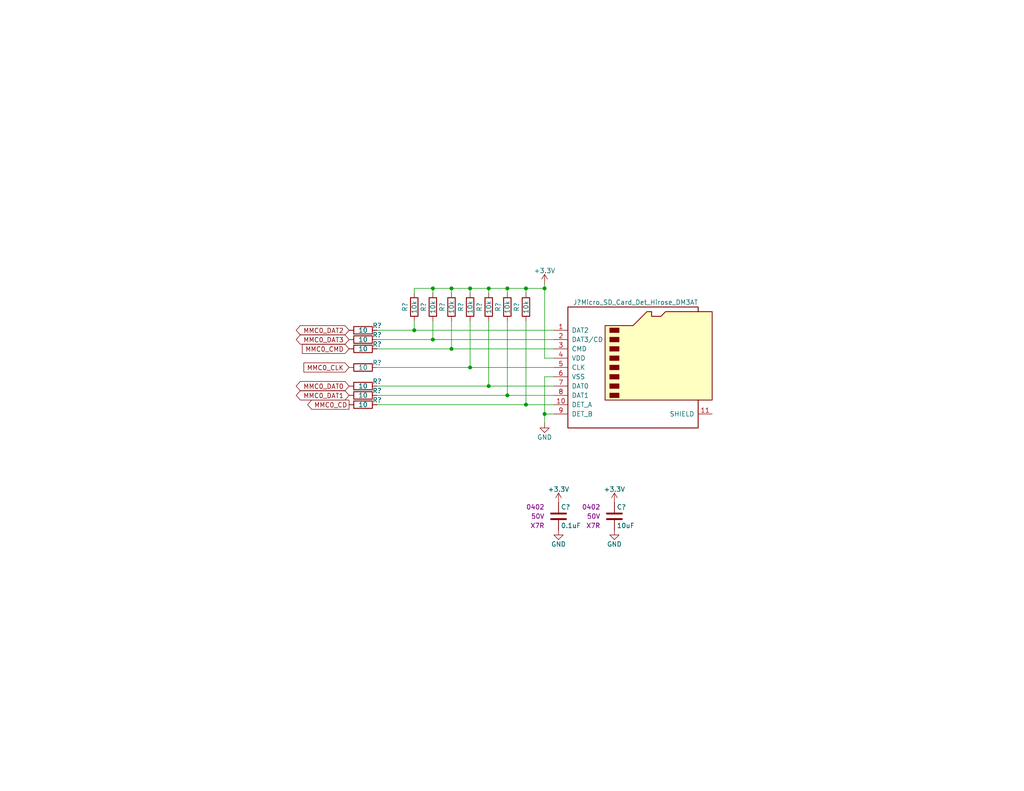
<source format=kicad_sch>
(kicad_sch (version 20211123) (generator eeschema)
  (paper "A")
  (lib_symbols
    (symbol "Connector:Micro_SD_Card_Det_Hirose_DM3AT" (pin_names (offset 1.016))
      (property "Reference" "J" (at -16.51 17.78 0))
      (property "Value" "Micro_SD_Card_Det_Hirose_DM3AT" (at 16.51 17.78 0))
      (symbol "Micro_SD_Card_Det_Hirose_DM3AT_0_1"
        (rectangle (start -7.62 -6.985) (end -5.08 -8.255) (fill (type outline)))
        (rectangle (start -7.62 -4.445) (end -5.08 -5.715) (fill (type outline)))
        (rectangle (start -7.62 -1.905) (end -5.08 -3.175) (fill (type outline)))
        (rectangle (start -7.62 0.635) (end -5.08 -0.635) (fill (type outline)))
        (rectangle (start -7.62 3.175) (end -5.08 1.905) (fill (type outline)))
        (rectangle (start -7.62 5.715) (end -5.08 4.445) (fill (type outline)))
        (rectangle (start -7.62 8.255) (end -5.08 6.985) (fill (type outline)))
        (rectangle (start -7.62 10.795) (end -5.08 9.525) (fill (type outline)))
        (polyline (pts (xy 16.51 15.24) (xy 16.51 16.51) (xy -19.05 16.51) (xy -19.05 -16.51) (xy 16.51 -16.51) (xy 16.51 -8.89)) (stroke (width 0.254)))
        (polyline (pts (xy -8.89 -8.89) (xy -8.89 11.43) (xy -1.27 11.43) (xy 2.54 15.24) (xy 3.81 15.24) (xy 3.81 13.97) (xy 6.35 13.97) (xy 7.62 15.24) (xy 20.32 15.24) (xy 20.32 -8.89) (xy -8.89 -8.89)) (stroke (width 0.254)) (fill (type background)))
      )
      (symbol "Micro_SD_Card_Det_Hirose_DM3AT_1_1"
        (pin bidirectional line (at -22.86 10.16 0) (length 3.81) (name "DAT2") (number "1"))
        (pin passive line (at -22.86 -10.16 0) (length 3.81) (name "DET_A") (number "10"))
        (pin passive line (at 20.32 -12.7 180) (length 3.81) (name "SHIELD") (number "11"))
        (pin bidirectional line (at -22.86 7.62 0) (length 3.81) (name "DAT3/CD") (number "2"))
        (pin input line (at -22.86 5.08 0) (length 3.81) (name "CMD") (number "3"))
        (pin power_in line (at -22.86 2.54 0) (length 3.81) (name "VDD") (number "4"))
        (pin input line (at -22.86 0 0) (length 3.81) (name "CLK") (number "5"))
        (pin power_in line (at -22.86 -2.54 0) (length 3.81) (name "VSS") (number "6"))
        (pin bidirectional line (at -22.86 -5.08 0) (length 3.81) (name "DAT0") (number "7"))
        (pin bidirectional line (at -22.86 -7.62 0) (length 3.81) (name "DAT1") (number "8"))
        (pin passive line (at -22.86 -12.7 0) (length 3.81) (name "DET_B") (number "9"))
      )
    )
    (symbol "Custom_Library:C_Custom" (pin_numbers hide) (pin_names (offset 0.254))
      (property "Reference" "C" (at 0.635 2.54 0))
      (property "Value" "C_Custom" (at 0.635 -2.54 0))
      (property "display_footprint" "Foot" (at -3.81 2.54 0))
      (property "Voltage" "V" (at -3.81 0 0))
      (property "Dielectric" "Er" (at -3.81 -2.54 0))
      (symbol "C_Custom_0_1"
        (polyline (pts (xy -2.032 -0.762) (xy 2.032 -0.762)) (stroke (width 0.508)))
        (polyline (pts (xy -2.032 0.762) (xy 2.032 0.762)) (stroke (width 0.508)))
      )
      (symbol "C_Custom_1_1"
        (pin passive line (at 0 3.81 270) (length 2.794) (name "~") (number "1"))
        (pin passive line (at 0 -3.81 90) (length 2.794) (name "~") (number "2"))
      )
    )
    (symbol "Custom_Library:R_Custom" (pin_numbers hide) (pin_names (offset 1.016) hide)
      (property "Reference" "R" (at -2.54 0 90))
      (property "Value" "R_Custom" (at 0 0 90))
      (property "display_footprint" "Foot" (at 2.54 0 90))
      (property "Tolerance" "Tol" (at 5.08 0 90))
      (property "Wattage" "W" (at 7.62 0 90))
      (symbol "R_Custom_0_1"
        (rectangle (start 1.016 2.54) (end -1.016 -2.54) (stroke (width 0.254)))
      )
      (symbol "R_Custom_1_1"
        (pin passive line (at 0 3.81 270) (length 1.27) (name "1") (number "1"))
        (pin passive line (at 0 -3.81 90) (length 1.27) (name "2") (number "2"))
      )
    )
    (symbol "power:+3.3V" (power) (pin_names (offset 0))
      (property "Value" "+3.3V" (at 0 3.556 0))
      (symbol "+3.3V_0_1"
        (polyline (pts (xy -0.762 1.27) (xy 0 2.54)))
        (polyline (pts (xy 0 0) (xy 0 2.54)))
        (polyline (pts (xy 0 2.54) (xy 0.762 1.27)))
      )
      (symbol "+3.3V_1_1"
        (pin power_in line (at 0 0 90) (length 0) hide (name "+3.3V") (number "1"))
      )
    )
    (symbol "power:GND" (power) (pin_names (offset 0))
      (property "Value" "GND" (at 0 -3.81 0))
      (symbol "GND_0_1"
        (polyline (pts (xy 0 0) (xy 0 -1.27) (xy 1.27 -1.27) (xy 0 -2.54) (xy -1.27 -1.27) (xy 0 -1.27)))
      )
      (symbol "GND_1_1"
        (pin power_in line (at 0 0 270) (length 0) hide (name "GND") (number "1"))
      )
    )
  )
  (junction (at 138.43 107.95))
  (junction (at 128.27 78.74))
  (junction (at 133.35 78.74))
  (junction (at 143.51 110.49))
  (junction (at 148.59 78.74))
  (junction (at 123.19 78.74))
  (junction (at 133.35 105.41))
  (junction (at 118.11 92.71))
  (junction (at 143.51 78.74))
  (junction (at 128.27 100.33))
  (junction (at 123.19 95.25))
  (junction (at 113.03 90.17))
  (junction (at 138.43 78.74))
  (junction (at 148.59 113.03))
  (junction (at 118.11 78.74))
  (wire (pts (xy 118.11 78.74) (xy 118.11 80.01)))
  (wire (pts (xy 133.35 78.74) (xy 133.35 80.01)))
  (wire (pts (xy 133.35 105.41) (xy 151.13 105.41)))
  (wire (pts (xy 148.59 77.47) (xy 148.59 78.74)))
  (wire (pts (xy 102.87 110.49) (xy 143.51 110.49)))
  (wire (pts (xy 128.27 100.33) (xy 151.13 100.33)))
  (wire (pts (xy 138.43 78.74) (xy 138.43 80.01)))
  (wire (pts (xy 102.87 90.17) (xy 113.03 90.17)))
  (wire (pts (xy 148.59 102.87) (xy 148.59 113.03)))
  (wire (pts (xy 118.11 87.63) (xy 118.11 92.71)))
  (wire (pts (xy 148.59 113.03) (xy 151.13 113.03)))
  (wire (pts (xy 151.13 97.79) (xy 148.59 97.79)))
  (wire (pts (xy 148.59 97.79) (xy 148.59 78.74)))
  (wire (pts (xy 102.87 95.25) (xy 123.19 95.25)))
  (wire (pts (xy 113.03 78.74) (xy 118.11 78.74)))
  (wire (pts (xy 123.19 95.25) (xy 151.13 95.25)))
  (wire (pts (xy 102.87 92.71) (xy 118.11 92.71)))
  (wire (pts (xy 148.59 115.57) (xy 148.59 113.03)))
  (wire (pts (xy 123.19 78.74) (xy 123.19 80.01)))
  (wire (pts (xy 113.03 87.63) (xy 113.03 90.17)))
  (wire (pts (xy 102.87 107.95) (xy 138.43 107.95)))
  (wire (pts (xy 133.35 78.74) (xy 138.43 78.74)))
  (wire (pts (xy 138.43 107.95) (xy 151.13 107.95)))
  (wire (pts (xy 123.19 87.63) (xy 123.19 95.25)))
  (wire (pts (xy 118.11 92.71) (xy 151.13 92.71)))
  (wire (pts (xy 123.19 78.74) (xy 128.27 78.74)))
  (wire (pts (xy 128.27 87.63) (xy 128.27 100.33)))
  (wire (pts (xy 143.51 78.74) (xy 143.51 80.01)))
  (wire (pts (xy 102.87 105.41) (xy 133.35 105.41)))
  (wire (pts (xy 138.43 87.63) (xy 138.43 107.95)))
  (wire (pts (xy 143.51 110.49) (xy 151.13 110.49)))
  (wire (pts (xy 113.03 80.01) (xy 113.03 78.74)))
  (wire (pts (xy 118.11 78.74) (xy 123.19 78.74)))
  (wire (pts (xy 128.27 78.74) (xy 128.27 80.01)))
  (wire (pts (xy 143.51 78.74) (xy 148.59 78.74)))
  (wire (pts (xy 102.87 100.33) (xy 128.27 100.33)))
  (wire (pts (xy 113.03 90.17) (xy 151.13 90.17)))
  (wire (pts (xy 151.13 102.87) (xy 148.59 102.87)))
  (wire (pts (xy 143.51 87.63) (xy 143.51 110.49)))
  (wire (pts (xy 128.27 78.74) (xy 133.35 78.74)))
  (wire (pts (xy 138.43 78.74) (xy 143.51 78.74)))
  (wire (pts (xy 133.35 87.63) (xy 133.35 105.41)))
  (global_label "MMC0_DAT1" (shape bidirectional) (at 95.25 107.95 180) (property "Intersheet References" "${INTERSHEET_REFS}" (at 81.9512 107.8706 0) (effects (justify right))))
  (global_label "MMC0_CD" (shape output) (at 95.25 110.49 180) (property "Intersheet References" "${INTERSHEET_REFS}" (at 83.9469 110.4106 0) (effects (justify right))))
  (global_label "MMC0_DAT2" (shape bidirectional) (at 95.25 90.17 180) (property "Intersheet References" "${INTERSHEET_REFS}" (at 81.9512 90.0906 0) (effects (justify right))))
  (global_label "MMC0_CLK" (shape input) (at 95.25 100.33 180) (property "Intersheet References" "${INTERSHEET_REFS}" (at 82.9188 100.2506 0) (effects (justify right))))
  (global_label "MMC0_CMD" (shape input) (at 95.25 95.25 180) (property "Intersheet References" "${INTERSHEET_REFS}" (at 82.4955 95.1706 0) (effects (justify right))))
  (global_label "MMC0_DAT0" (shape bidirectional) (at 95.25 105.41 180) (property "Intersheet References" "${INTERSHEET_REFS}" (at 81.9512 105.3306 0) (effects (justify right))))
  (global_label "MMC0_DAT3" (shape bidirectional) (at 95.25 92.71 180) (property "Intersheet References" "${INTERSHEET_REFS}" (at 81.9512 92.6306 0) (effects (justify right))))
  (symbol (lib_id "Custom_Library:R_Custom") (at 143.51 83.82 0) (mirror x) (unit 1)
    (property "Reference" "R?" (at 140.97 83.82 90))
    (property "Value" "10k" (at 143.51 82.042 90) (effects (justify left)))
    (property "Footprint" "Resistors_SMD:R_0402" (effects hide))
    (property "display_footprint" "0402" (effects hide))
    (property "Tolerance" "1%" (effects hide))
    (property "Wattage" "1/16W" (effects hide))
    (property "Digi-Key PN" "RMCF0402FT10K0CT-ND" (effects hide))
  )
  (symbol (lib_id "power:GND") (at 148.59 115.57 0) (unit 1)
    (property "Reference" "#PWR?" (effects hide))
    (property "Value" "GND" (at 148.59 119.38 0))
  )
  (symbol (lib_id "power:+3.3V") (at 152.4 137.16 0) (unit 1)
    (property "Reference" "#PWR?" (effects hide))
    (property "Value" "+3.3V" (at 152.4 133.604 0))
  )
  (symbol (lib_id "Connector:Micro_SD_Card_Det_Hirose_DM3AT") (at 173.99 100.33 0) (unit 1)
    (property "Reference" "J?" (at 157.48 82.55 0))
    (property "Value" "Micro_SD_Card_Det_Hirose_DM3AT" (at 190.5 82.55 0) (effects (justify right)))
    (property "Datasheet" "https://www.hirose.com/product/en/download_file/key_name/DM3/category/Catalog/doc_file_id/49662/?file_category_id=4&item_id=195&is_series=1" (effects hide))
  )
  (symbol (lib_id "Custom_Library:R_Custom") (at 99.06 92.71 90) (mirror x) (unit 1)
    (property "Reference" "R?" (at 101.6 91.44 90) (effects (justify right)))
    (property "Value" "10" (at 99.06 92.71 90))
    (property "Footprint" "Resistors_SMD:R_0402" (effects hide))
    (property "display_footprint" "0402" (effects hide))
    (property "Tolerance" "1%" (effects hide))
    (property "Wattage" "1/16W" (effects hide))
    (property "Digi-Key PN" "RMCF0402FT10R0CT-ND" (effects hide))
  )
  (symbol (lib_id "power:+3.3V") (at 148.59 77.47 0) (unit 1)
    (property "Reference" "#PWR?" (effects hide))
    (property "Value" "+3.3V" (at 148.59 73.914 0))
  )
  (symbol (lib_id "Custom_Library:R_Custom") (at 138.43 83.82 0) (mirror x) (unit 1)
    (property "Reference" "R?" (at 135.89 83.82 90))
    (property "Value" "10k" (at 138.43 82.042 90) (effects (justify left)))
    (property "Footprint" "Resistors_SMD:R_0402" (effects hide))
    (property "display_footprint" "0402" (effects hide))
    (property "Tolerance" "1%" (effects hide))
    (property "Wattage" "1/16W" (effects hide))
    (property "Digi-Key PN" "RMCF0402FT10K0CT-ND" (effects hide))
  )
  (symbol (lib_id "Custom_Library:C_Custom") (at 167.64 140.97 0) (unit 1)
    (property "Reference" "C?" (at 168.275 138.43 0) (effects (justify left)))
    (property "Value" "10uF" (at 168.275 143.51 0) (effects (justify left)))
    (property "Footprint" "Capacitors_SMD:C_0402" (effects hide))
    (property "display_footprint" "0402" (at 163.83 138.43 0) (effects (justify right)))
    (property "Voltage" "50V" (at 163.83 140.97 0) (effects (justify right)))
    (property "Dielectric" "X7R" (at 163.83 143.51 0) (effects (justify right)))
  )
  (symbol (lib_id "Custom_Library:R_Custom") (at 133.35 83.82 0) (mirror x) (unit 1)
    (property "Reference" "R?" (at 130.81 83.82 90))
    (property "Value" "10k" (at 133.35 82.042 90) (effects (justify left)))
    (property "Footprint" "Resistors_SMD:R_0402" (effects hide))
    (property "display_footprint" "0402" (effects hide))
    (property "Tolerance" "1%" (effects hide))
    (property "Wattage" "1/16W" (effects hide))
    (property "Digi-Key PN" "RMCF0402FT10K0CT-ND" (effects hide))
  )
  (symbol (lib_id "Custom_Library:R_Custom") (at 123.19 83.82 0) (mirror x) (unit 1)
    (property "Reference" "R?" (at 120.65 83.82 90))
    (property "Value" "10k" (at 123.19 82.042 90) (effects (justify left)))
    (property "Footprint" "Resistors_SMD:R_0402" (effects hide))
    (property "display_footprint" "0402" (effects hide))
    (property "Tolerance" "1%" (effects hide))
    (property "Wattage" "1/16W" (effects hide))
    (property "Digi-Key PN" "RMCF0402FT10K0CT-ND" (effects hide))
  )
  (symbol (lib_id "power:GND") (at 152.4 144.78 0) (unit 1)
    (property "Reference" "#PWR?" (effects hide))
    (property "Value" "GND" (at 152.4 148.59 0))
  )
  (symbol (lib_id "Custom_Library:R_Custom") (at 113.03 83.82 0) (mirror x) (unit 1)
    (property "Reference" "R?" (at 110.49 83.82 90))
    (property "Value" "10k" (at 113.03 82.042 90) (effects (justify left)))
    (property "Footprint" "Resistors_SMD:R_0402" (effects hide))
    (property "display_footprint" "0402" (effects hide))
    (property "Tolerance" "1%" (effects hide))
    (property "Wattage" "1/16W" (effects hide))
    (property "Digi-Key PN" "RMCF0402FT10K0CT-ND" (effects hide))
  )
  (symbol (lib_id "power:GND") (at 167.64 144.78 0) (unit 1)
    (property "Reference" "#PWR?" (effects hide))
    (property "Value" "GND" (at 167.64 148.59 0))
  )
  (symbol (lib_id "Custom_Library:R_Custom") (at 99.06 100.33 90) (mirror x) (unit 1)
    (property "Reference" "R?" (at 101.6 99.06 90) (effects (justify right)))
    (property "Value" "10" (at 99.06 100.33 90))
    (property "Footprint" "Resistors_SMD:R_0402" (effects hide))
    (property "display_footprint" "0402" (effects hide))
    (property "Tolerance" "1%" (effects hide))
    (property "Wattage" "1/16W" (effects hide))
    (property "Digi-Key PN" "RMCF0402FT10R0CT-ND" (effects hide))
  )
  (symbol (lib_id "Custom_Library:R_Custom") (at 99.06 107.95 90) (mirror x) (unit 1)
    (property "Reference" "R?" (at 101.6 106.68 90) (effects (justify right)))
    (property "Value" "10" (at 99.06 107.95 90))
    (property "Footprint" "Resistors_SMD:R_0402" (effects hide))
    (property "display_footprint" "0402" (effects hide))
    (property "Tolerance" "1%" (effects hide))
    (property "Wattage" "1/16W" (effects hide))
    (property "Digi-Key PN" "RMCF0402FT10R0CT-ND" (effects hide))
  )
  (symbol (lib_id "Custom_Library:R_Custom") (at 99.06 110.49 90) (mirror x) (unit 1)
    (property "Reference" "R?" (at 101.6 109.22 90) (effects (justify right)))
    (property "Value" "10" (at 99.06 110.49 90))
    (property "Footprint" "Resistors_SMD:R_0402" (effects hide))
    (property "display_footprint" "0402" (effects hide))
    (property "Tolerance" "1%" (effects hide))
    (property "Wattage" "1/16W" (effects hide))
    (property "Digi-Key PN" "RMCF0402FT10R0CT-ND" (effects hide))
  )
  (symbol (lib_id "Custom_Library:R_Custom") (at 128.27 83.82 0) (mirror x) (unit 1)
    (property "Reference" "R?" (at 125.73 83.82 90))
    (property "Value" "10k" (at 128.27 82.042 90) (effects (justify left)))
    (property "Footprint" "Resistors_SMD:R_0402" (effects hide))
    (property "display_footprint" "0402" (effects hide))
    (property "Tolerance" "1%" (effects hide))
    (property "Wattage" "1/16W" (effects hide))
    (property "Digi-Key PN" "RMCF0402FT10K0CT-ND" (effects hide))
  )
  (symbol (lib_id "Custom_Library:R_Custom") (at 99.06 105.41 90) (mirror x) (unit 1)
    (property "Reference" "R?" (at 101.6 104.14 90) (effects (justify right)))
    (property "Value" "10" (at 99.06 105.41 90))
    (property "Footprint" "Resistors_SMD:R_0402" (effects hide))
    (property "display_footprint" "0402" (effects hide))
    (property "Tolerance" "1%" (effects hide))
    (property "Wattage" "1/16W" (effects hide))
    (property "Digi-Key PN" "RMCF0402FT10R0CT-ND" (effects hide))
  )
  (symbol (lib_id "Custom_Library:R_Custom") (at 99.06 90.17 90) (mirror x) (unit 1)
    (property "Reference" "R?" (at 101.6 88.9 90) (effects (justify right)))
    (property "Value" "10" (at 99.06 90.17 90))
    (property "Footprint" "Resistors_SMD:R_0402" (effects hide))
    (property "display_footprint" "0402" (effects hide))
    (property "Tolerance" "1%" (effects hide))
    (property "Wattage" "1/16W" (effects hide))
    (property "Digi-Key PN" "RMCF0402FT10R0CT-ND" (effects hide))
  )
  (symbol (lib_id "Custom_Library:R_Custom") (at 118.11 83.82 0) (mirror x) (unit 1)
    (property "Reference" "R?" (at 115.57 83.82 90))
    (property "Value" "10k" (at 118.11 82.042 90) (effects (justify left)))
    (property "Footprint" "Resistors_SMD:R_0402" (effects hide))
    (property "display_footprint" "0402" (effects hide))
    (property "Tolerance" "1%" (effects hide))
    (property "Wattage" "1/16W" (effects hide))
    (property "Digi-Key PN" "RMCF0402FT10K0CT-ND" (effects hide))
  )
  (symbol (lib_id "Custom_Library:R_Custom") (at 99.06 95.25 90) (mirror x) (unit 1)
    (property "Reference" "R?" (at 101.6 93.98 90) (effects (justify right)))
    (property "Value" "10" (at 99.06 95.25 90))
    (property "Footprint" "Resistors_SMD:R_0402" (effects hide))
    (property "display_footprint" "0402" (effects hide))
    (property "Tolerance" "1%" (effects hide))
    (property "Wattage" "1/16W" (effects hide))
    (property "Digi-Key PN" "RMCF0402FT10R0CT-ND" (effects hide))
  )
  (symbol (lib_id "Custom_Library:C_Custom") (at 152.4 140.97 0) (unit 1)
    (property "Reference" "C?" (at 153.035 138.43 0) (effects (justify left)))
    (property "Value" "0.1uF" (at 153.035 143.51 0) (effects (justify left)))
    (property "Footprint" "Capacitors_SMD:C_0402" (effects hide))
    (property "display_footprint" "0402" (at 148.59 138.43 0) (effects (justify right)))
    (property "Voltage" "50V" (at 148.59 140.97 0) (effects (justify right)))
    (property "Dielectric" "X7R" (at 148.59 143.51 0) (effects (justify right)))
    (property "Digi-Key PN" "490-10698-1-ND" (effects hide))
  )
  (symbol (lib_id "power:+3.3V") (at 167.64 137.16 0) (unit 1)
    (property "Reference" "#PWR?" (effects hide))
    (property "Value" "+3.3V" (at 167.64 133.604 0))
  )
)
</source>
